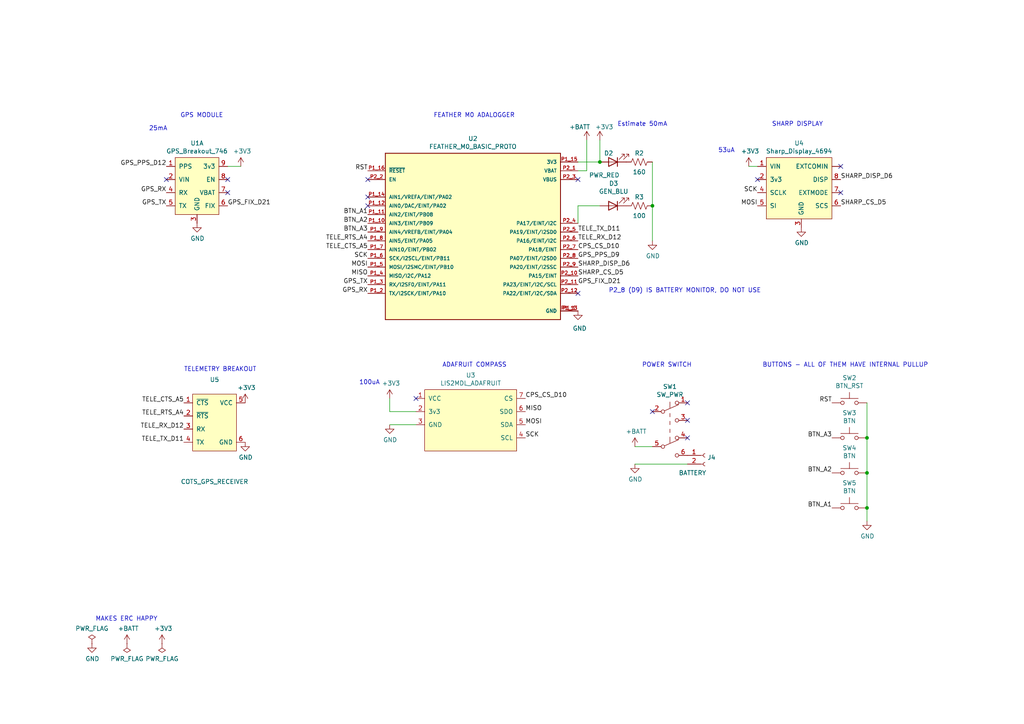
<source format=kicad_sch>
(kicad_sch (version 20211123) (generator eeschema)
  (paper "A4")
  (title_block (title "ST_PAT SLIM") (date "2021-02-05") (company "RIO LIU"))
  (lib_symbols
    (symbol "Connector:Conn_01x02_Female" (pin_names (offset 1.016) hide)
      (property "Reference" "J" (at 0 2.54 0))
      (property "Value" "Conn_01x02_Female" (at 0 -5.08 0))
      (symbol "Conn_01x02_Female_1_1"
        (arc (start 0 -2.032) (mid -0.508 -2.54) (end 0 -3.048) (stroke (width 0.1524)))
        (polyline (pts (xy -1.27 -2.54) (xy -0.508 -2.54)) (stroke (width 0.1524)))
        (polyline (pts (xy -1.27 0) (xy -0.508 0)) (stroke (width 0.1524)))
        (arc (start 0 0.508) (mid -0.508 0) (end 0 -0.508) (stroke (width 0.1524)))
        (pin passive line (at -5.08 0 0) (length 3.81) (name "Pin_1") (number "1"))
        (pin passive line (at -5.08 -2.54 0) (length 3.81) (name "Pin_2") (number "2"))
      )
    )
    (symbol "Device:LED" (pin_numbers hide) (pin_names (offset 1.016) hide)
      (property "Reference" "D" (at 0 2.54 0))
      (property "Value" "LED" (at 0 -2.54 0))
      (symbol "LED_0_1"
        (polyline (pts (xy -1.27 -1.27) (xy -1.27 1.27)) (stroke (width 0.254)))
        (polyline (pts (xy -1.27 0) (xy 1.27 0)))
        (polyline (pts (xy 1.27 -1.27) (xy 1.27 1.27) (xy -1.27 0) (xy 1.27 -1.27)) (stroke (width 0.254)))
        (polyline (pts (xy -3.048 -0.762) (xy -4.572 -2.286) (xy -3.81 -2.286) (xy -4.572 -2.286) (xy -4.572 -1.524)))
        (polyline (pts (xy -1.778 -0.762) (xy -3.302 -2.286) (xy -2.54 -2.286) (xy -3.302 -2.286) (xy -3.302 -1.524)))
      )
      (symbol "LED_1_1"
        (pin passive line (at -3.81 0 0) (length 2.54) (name "K") (number "1"))
        (pin passive line (at 3.81 0 180) (length 2.54) (name "A") (number "2"))
      )
    )
    (symbol "Device:R_US" (pin_numbers hide) (pin_names (offset 0))
      (property "Reference" "R" (at 2.54 0 90))
      (property "Value" "R_US" (at -2.54 0 90))
      (symbol "R_US_0_1"
        (polyline (pts (xy 0 -2.286) (xy 0 -2.54)))
        (polyline (pts (xy 0 2.286) (xy 0 2.54)))
        (polyline (pts (xy 0 -0.762) (xy 1.016 -1.143) (xy 0 -1.524) (xy -1.016 -1.905) (xy 0 -2.286)))
        (polyline (pts (xy 0 0.762) (xy 1.016 0.381) (xy 0 0) (xy -1.016 -0.381) (xy 0 -0.762)))
        (polyline (pts (xy 0 2.286) (xy 1.016 1.905) (xy 0 1.524) (xy -1.016 1.143) (xy 0 0.762)))
      )
      (symbol "R_US_1_1"
        (pin passive line (at 0 3.81 270) (length 1.27) (name "~") (number "1"))
        (pin passive line (at 0 -3.81 90) (length 1.27) (name "~") (number "2"))
      )
    )
    (symbol "FEATHER_M0_BASIC_PROTO:FEATHER_M0_BASIC_PROTO" (pin_names (offset 1.016))
      (property "Reference" "U" (at -25.4 26.162 0))
      (property "Value" "FEATHER_M0_BASIC_PROTO" (at -25.4 -25.4 0))
      (symbol "FEATHER_M0_BASIC_PROTO_0_0"
        (rectangle (start -25.4 -22.86) (end 25.4 25.4) (stroke (width 0.254)) (fill (type background)))
        (pin power_in line (at 30.48 -20.32 180) (length 5.08) (name "GND") (number "P1_1"))
        (pin bidirectional line (at -30.48 5.08 0) (length 5.08) (name "AIN3/EINT/PB09") (number "P1_10"))
        (pin bidirectional line (at -30.48 7.62 0) (length 5.08) (name "AIN2/EINT/PB08") (number "P1_11"))
        (pin bidirectional line (at -30.48 10.16 0) (length 5.08) (name "AIN0/DAC/EINT/PA02") (number "P1_12"))
        (pin power_in line (at 30.48 -20.32 180) (length 5.08) (name "GND") (number "P1_13"))
        (pin bidirectional line (at -30.48 12.7 0) (length 5.08) (name "AIN1/VREFA/EINT/PA02") (number "P1_14"))
        (pin power_in line (at 30.48 22.86 180) (length 5.08) (name "3V3") (number "P1_15"))
        (pin input line (at -30.48 20.32 0) (length 5.08) (name "~{RESET}") (number "P1_16"))
        (pin bidirectional line (at -30.48 -15.24 0) (length 5.08) (name "TX/I2SCK/EINT/PA10") (number "P1_2"))
        (pin bidirectional line (at -30.48 -12.7 0) (length 5.08) (name "RX/I2SF0/EINT/PA11") (number "P1_3"))
        (pin bidirectional line (at -30.48 -10.16 0) (length 5.08) (name "MISO/I2C/PA12") (number "P1_4"))
        (pin bidirectional line (at -30.48 -7.62 0) (length 5.08) (name "MOSI/I2SMC/EINT/PB10") (number "P1_5"))
        (pin bidirectional line (at -30.48 -5.08 0) (length 5.08) (name "SCK/I2SCL/EINT/PB11") (number "P1_6"))
        (pin bidirectional line (at -30.48 -2.54 0) (length 5.08) (name "AIN10/EINT/PB02") (number "P1_7"))
        (pin bidirectional line (at -30.48 0 0) (length 5.08) (name "AIN5/EINT/PA05") (number "P1_8"))
        (pin bidirectional line (at -30.48 2.54 0) (length 5.08) (name "AIN4/VREFB/EINT/PA04") (number "P1_9"))
        (pin power_in line (at 30.48 20.32 180) (length 5.08) (name "VBAT") (number "P2_1"))
        (pin bidirectional line (at 30.48 -10.16 180) (length 5.08) (name "PA15/EINT") (number "P2_10"))
        (pin bidirectional line (at 30.48 -12.7 180) (length 5.08) (name "PA23/EINT/I2C/SCL") (number "P2_11"))
        (pin bidirectional line (at 30.48 -15.24 180) (length 5.08) (name "PA22/EINT/I2C/SDA") (number "P2_12"))
        (pin input line (at -30.48 17.78 0) (length 5.08) (name "EN") (number "P2_2"))
        (pin power_in line (at 30.48 17.78 180) (length 5.08) (name "VBUS") (number "P2_3"))
        (pin bidirectional line (at 30.48 5.08 180) (length 5.08) (name "PA17/EINT/I2C") (number "P2_4"))
        (pin bidirectional line (at 30.48 2.54 180) (length 5.08) (name "PA19/EINT/I2SD0") (number "P2_5"))
        (pin bidirectional line (at 30.48 0 180) (length 5.08) (name "PA16/EINT/I2C") (number "P2_6"))
        (pin bidirectional line (at 30.48 -2.54 180) (length 5.08) (name "PA18/EINT") (number "P2_7"))
        (pin bidirectional line (at 30.48 -5.08 180) (length 5.08) (name "PA07/EINT/I2SD0") (number "P2_8"))
        (pin bidirectional line (at 30.48 -7.62 180) (length 5.08) (name "PA20/EINT/I2SSC") (number "P2_9"))
      )
    )
    (symbol "Switch:SW_Push" (pin_numbers hide) (pin_names (offset 1.016) hide)
      (property "Reference" "SW" (at 1.27 2.54 0))
      (property "Value" "SW_Push" (at 0 -1.524 0))
      (symbol "SW_Push_0_1"
        (circle (center -2.032 0) (radius 0.508))
        (polyline (pts (xy 0 1.27) (xy 0 3.048)))
        (polyline (pts (xy 2.54 1.27) (xy -2.54 1.27)))
        (circle (center 2.032 0) (radius 0.508))
        (pin passive line (at -5.08 0 0) (length 2.54) (name "1") (number "1"))
        (pin passive line (at 5.08 0 180) (length 2.54) (name "2") (number "2"))
      )
    )
    (symbol "Switch:SW_Push_DPDT" (pin_names (offset 0) hide)
      (property "Reference" "SW" (at 0 8.89 0))
      (property "Value" "SW_Push_DPDT" (at 0 -10.16 0))
      (symbol "SW_Push_DPDT_0_0"
        (circle (center -2.032 -5.08) (radius 0.508))
        (circle (center -2.032 5.08) (radius 0.508))
        (circle (center 2.032 -7.62) (radius 0.508))
        (circle (center 2.032 2.54) (radius 0.508))
      )
      (symbol "SW_Push_DPDT_0_1"
        (polyline (pts (xy -1.524 -4.826) (xy 2.54 -3.048)))
        (polyline (pts (xy -1.524 5.334) (xy 2.54 7.112)))
        (polyline (pts (xy 0 -2.286) (xy 0 -4.064)))
        (polyline (pts (xy 0 -1.016) (xy 0 0)))
        (polyline (pts (xy 0 1.27) (xy 0 2.286)))
        (polyline (pts (xy 0 3.556) (xy 0 4.572)))
        (polyline (pts (xy 0 7.874) (xy 0 6.096)))
        (circle (center 2.032 -2.54) (radius 0.508))
        (circle (center 2.032 7.62) (radius 0.508))
      )
      (symbol "SW_Push_DPDT_1_1"
        (pin passive line (at 5.08 7.62 180) (length 2.54) (name "A") (number "1"))
        (pin passive line (at -5.08 5.08 0) (length 2.54) (name "B") (number "2"))
        (pin passive line (at 5.08 2.54 180) (length 2.54) (name "C") (number "3"))
        (pin passive line (at 5.08 -2.54 180) (length 2.54) (name "A") (number "4"))
        (pin passive line (at -5.08 -5.08 0) (length 2.54) (name "B") (number "5"))
        (pin passive line (at 5.08 -7.62 180) (length 2.54) (name "C") (number "6"))
      )
    )
    (symbol "power:+3V3" (power) (pin_names (offset 0))
      (property "Value" "+3V3" (at 0 3.556 0))
      (symbol "+3V3_0_1"
        (polyline (pts (xy -0.762 1.27) (xy 0 2.54)))
        (polyline (pts (xy 0 0) (xy 0 2.54)))
        (polyline (pts (xy 0 2.54) (xy 0.762 1.27)))
      )
      (symbol "+3V3_1_1"
        (pin power_in line (at 0 0 90) (length 0) hide (name "+3V3") (number "1"))
      )
    )
    (symbol "power:+BATT" (power) (pin_names (offset 0))
      (property "Value" "+BATT" (at 0 3.556 0))
      (symbol "+BATT_0_1"
        (polyline (pts (xy -0.762 1.27) (xy 0 2.54)))
        (polyline (pts (xy 0 0) (xy 0 2.54)))
        (polyline (pts (xy 0 2.54) (xy 0.762 1.27)))
      )
      (symbol "+BATT_1_1"
        (pin power_in line (at 0 0 90) (length 0) hide (name "+BATT") (number "1"))
      )
    )
    (symbol "power:GND" (power) (pin_names (offset 0))
      (property "Value" "GND" (at 0 -3.81 0))
      (symbol "GND_0_1"
        (polyline (pts (xy 0 0) (xy 0 -1.27) (xy 1.27 -1.27) (xy 0 -2.54) (xy -1.27 -1.27) (xy 0 -1.27)))
      )
      (symbol "GND_1_1"
        (pin power_in line (at 0 0 270) (length 0) hide (name "GND") (number "1"))
      )
    )
    (symbol "power:PWR_FLAG" (power) (pin_numbers hide) (pin_names (offset 0) hide)
      (property "Value" "PWR_FLAG" (at 0 3.81 0))
      (symbol "PWR_FLAG_0_0"
        (pin power_out line (at 0 0 90) (length 0) (name "pwr") (number "1"))
      )
      (symbol "PWR_FLAG_0_1"
        (polyline (pts (xy 0 0) (xy 0 1.27) (xy -1.016 1.905) (xy 0 2.54) (xy 1.016 1.905) (xy 0 1.27)))
      )
    )
    (symbol "st_pat:GPS_Breakout_746" (pin_names (offset 1.016))
      (property "Reference" "U" (at 0 1.27 0))
      (property "Value" "GPS_Breakout_746" (at 0 3.81 0))
      (symbol "GPS_Breakout_746_0_1"
        (rectangle (start -6.35 -1.27) (end 6.35 -17.78) (fill (type background)))
      )
      (symbol "GPS_Breakout_746_1_1"
        (pin output line (at -8.89 -3.81 0) (length 2.54) (name "PPS") (number "1"))
        (pin power_in line (at -8.89 -7.62 0) (length 2.54) (name "VIN") (number "2"))
        (pin power_in line (at 0 -20.32 90) (length 2.54) (name "GND") (number "3"))
        (pin input line (at -8.89 -11.43 0) (length 2.54) (name "RX") (number "4"))
        (pin output line (at -8.89 -15.24 0) (length 2.54) (name "TX") (number "5"))
        (pin output line (at 8.89 -15.24 180) (length 2.54) (name "FIX") (number "6"))
        (pin power_in line (at 8.89 -11.43 180) (length 2.54) (name "VBAT") (number "7"))
        (pin input line (at 8.89 -7.62 180) (length 2.54) (name "EN") (number "8"))
        (pin power_in line (at 8.89 -3.81 180) (length 2.54) (name "3v3") (number "9"))
      )
      (symbol "GPS_Breakout_746_2_1"
        (pin power_in line (at 8.89 -3.81 0) (length 2.54) (name "3v3") (number "1-UB"))
        (pin input line (at 8.89 -7.62 0) (length 2.54) (name "EN") (number "2-UB"))
        (pin output line (at 8.89 -15.24 0) (length 2.54) (name "FIX") (number "4-UB"))
        (pin output line (at -8.89 -15.24 180) (length 2.54) (name "TX") (number "5-UB"))
        (pin input line (at -8.89 -11.43 180) (length 2.54) (name "RX") (number "6-UB"))
        (pin power_in line (at 0 -22.86 180) (length 2.54) (name "GND") (number "7-UB"))
        (pin power_in line (at -8.89 -7.62 180) (length 2.54) (name "VIN") (number "8-UB"))
        (pin output line (at -8.89 -3.81 180) (length 2.54) (name "PPS") (number "9-UB"))
        (pin power_in line (at 8.89 -11.43 0) (length 2.54) (name "VBAT") (number "VBAT-UB"))
      )
      (symbol "GPS_Breakout_746_3_1"
        (pin power_in line (at 8.89 -3.81 0) (length 2.54) (name "3v3") (number "1-UC"))
        (pin input line (at 8.89 -7.62 0) (length 2.54) (name "EN") (number "2-UC"))
        (pin output line (at 8.89 -15.24 0) (length 2.54) (name "FIX") (number "4-UC"))
        (pin output line (at -8.89 -15.24 180) (length 2.54) (name "TX") (number "5-UC"))
        (pin input line (at -8.89 -11.43 180) (length 2.54) (name "RX") (number "6-UC"))
        (pin power_in line (at 0 -22.86 180) (length 2.54) (name "GND") (number "7-UC"))
        (pin power_in line (at -8.89 -7.62 180) (length 2.54) (name "VIN") (number "8-UC"))
        (pin output line (at -8.89 -3.81 180) (length 2.54) (name "PPS") (number "9-UC"))
        (pin power_in line (at 8.89 -11.43 0) (length 2.54) (name "VBAT") (number "VBAT-UC"))
      )
      (symbol "GPS_Breakout_746_4_1"
        (pin power_in line (at 8.89 -3.81 0) (length 2.54) (name "3v3") (number "1-UD"))
        (pin input line (at 8.89 -7.62 0) (length 2.54) (name "EN") (number "2-UD"))
        (pin output line (at 8.89 -15.24 0) (length 2.54) (name "FIX") (number "4-UD"))
        (pin output line (at -8.89 -15.24 180) (length 2.54) (name "TX") (number "5-UD"))
        (pin input line (at -8.89 -11.43 180) (length 2.54) (name "RX") (number "6-UD"))
        (pin power_in line (at 0 -22.86 180) (length 2.54) (name "GND") (number "7-UD"))
        (pin power_in line (at -8.89 -7.62 180) (length 2.54) (name "VIN") (number "8-UD"))
        (pin output line (at -8.89 -3.81 180) (length 2.54) (name "PPS") (number "9-UD"))
        (pin power_in line (at 8.89 -11.43 0) (length 2.54) (name "VBAT") (number "VBAT-UD"))
      )
      (symbol "GPS_Breakout_746_5_1"
        (pin power_in line (at 8.89 -3.81 0) (length 2.54) (name "3v3") (number "1-UE"))
        (pin input line (at 8.89 -7.62 0) (length 2.54) (name "EN") (number "2-UE"))
        (pin output line (at 8.89 -15.24 0) (length 2.54) (name "FIX") (number "4-UE"))
        (pin output line (at -8.89 -15.24 180) (length 2.54) (name "TX") (number "5-UE"))
        (pin input line (at -8.89 -11.43 180) (length 2.54) (name "RX") (number "6-UE"))
        (pin power_in line (at 0 -22.86 180) (length 2.54) (name "GND") (number "7-UE"))
        (pin power_in line (at -8.89 -7.62 180) (length 2.54) (name "VIN") (number "8-UE"))
        (pin output line (at -8.89 -3.81 180) (length 2.54) (name "PPS") (number "9-UE"))
        (pin power_in line (at 8.89 -11.43 0) (length 2.54) (name "VBAT") (number "VBAT-UE"))
      )
      (symbol "GPS_Breakout_746_6_1"
        (pin power_in line (at 8.89 -3.81 0) (length 2.54) (name "3v3") (number "1-UF"))
        (pin input line (at 8.89 -7.62 0) (length 2.54) (name "EN") (number "2-UF"))
        (pin output line (at 8.89 -15.24 0) (length 2.54) (name "FIX") (number "4-UF"))
        (pin output line (at -8.89 -15.24 180) (length 2.54) (name "TX") (number "5-UF"))
        (pin input line (at -8.89 -11.43 180) (length 2.54) (name "RX") (number "6-UF"))
        (pin power_in line (at 0 -22.86 180) (length 2.54) (name "GND") (number "7-UF"))
        (pin power_in line (at -8.89 -7.62 180) (length 2.54) (name "VIN") (number "8-UF"))
        (pin output line (at -8.89 -3.81 180) (length 2.54) (name "PPS") (number "9-UF"))
        (pin power_in line (at 8.89 -11.43 0) (length 2.54) (name "VBAT") (number "VBAT-UF"))
      )
      (symbol "GPS_Breakout_746_7_1"
        (pin power_in line (at 8.89 -3.81 0) (length 2.54) (name "3v3") (number "1-UG"))
        (pin input line (at 8.89 -7.62 0) (length 2.54) (name "EN") (number "2-UG"))
        (pin output line (at 8.89 -15.24 0) (length 2.54) (name "FIX") (number "4-UG"))
        (pin output line (at -8.89 -15.24 180) (length 2.54) (name "TX") (number "5-UG"))
        (pin input line (at -8.89 -11.43 180) (length 2.54) (name "RX") (number "6-UG"))
        (pin power_in line (at 0 -22.86 180) (length 2.54) (name "GND") (number "7-UG"))
        (pin power_in line (at -8.89 -7.62 180) (length 2.54) (name "VIN") (number "8-UG"))
        (pin output line (at -8.89 -3.81 180) (length 2.54) (name "PPS") (number "9-UG"))
        (pin power_in line (at 8.89 -11.43 0) (length 2.54) (name "VBAT") (number "VBAT-UG"))
      )
      (symbol "GPS_Breakout_746_8_1"
        (pin power_in line (at 8.89 -3.81 0) (length 2.54) (name "3v3") (number "1-UH"))
        (pin input line (at 8.89 -7.62 0) (length 2.54) (name "EN") (number "2-UH"))
        (pin output line (at 8.89 -15.24 0) (length 2.54) (name "FIX") (number "4-UH"))
        (pin output line (at -8.89 -15.24 180) (length 2.54) (name "TX") (number "5-UH"))
        (pin input line (at -8.89 -11.43 180) (length 2.54) (name "RX") (number "6-UH"))
        (pin power_in line (at 0 -22.86 180) (length 2.54) (name "GND") (number "7-UH"))
        (pin power_in line (at -8.89 -7.62 180) (length 2.54) (name "VIN") (number "8-UH"))
        (pin output line (at -8.89 -3.81 180) (length 2.54) (name "PPS") (number "9-UH"))
        (pin power_in line (at 8.89 -11.43 0) (length 2.54) (name "VBAT") (number "VBAT-UH"))
      )
      (symbol "GPS_Breakout_746_9_1"
        (pin power_in line (at 8.89 -3.81 0) (length 2.54) (name "3v3") (number "1-UI"))
        (pin input line (at 8.89 -7.62 0) (length 2.54) (name "EN") (number "2-UI"))
        (pin output line (at 8.89 -15.24 0) (length 2.54) (name "FIX") (number "4-UI"))
        (pin output line (at -8.89 -15.24 180) (length 2.54) (name "TX") (number "5-UI"))
        (pin input line (at -8.89 -11.43 180) (length 2.54) (name "RX") (number "6-UI"))
        (pin power_in line (at 0 -22.86 180) (length 2.54) (name "GND") (number "7-UI"))
        (pin power_in line (at -8.89 -7.62 180) (length 2.54) (name "VIN") (number "8-UI"))
        (pin output line (at -8.89 -3.81 180) (length 2.54) (name "PPS") (number "9-UI"))
        (pin power_in line (at 8.89 -11.43 0) (length 2.54) (name "VBAT") (number "VBAT-UI"))
      )
    )
    (symbol "st_pat:LIS2MDL_ADAFRUIT" (pin_names (offset 1.016))
      (property "Reference" "U" (at 0 -2.54 0))
      (property "Value" "LIS2MDL_ADAFRUIT" (at 0 0 0))
      (symbol "LIS2MDL_ADAFRUIT_0_1"
        (rectangle (start -13.97 -3.81) (end 12.7 -21.59) (fill (type background)))
      )
      (symbol "LIS2MDL_ADAFRUIT_1_1"
        (pin power_in line (at -16.51 -6.35 0) (length 2.54) (name "VCC") (number "1"))
        (pin power_out line (at -16.51 -10.16 0) (length 2.54) (name "3v3") (number "2"))
        (pin power_in line (at -16.51 -13.97 0) (length 2.54) (name "GND") (number "3"))
        (pin input line (at 15.24 -17.78 180) (length 2.54) (name "SCL") (number "4"))
        (pin open_collector line (at 15.24 -13.97 180) (length 2.54) (name "SDA") (number "5"))
        (pin input line (at 15.24 -10.16 180) (length 2.54) (name "SDO") (number "6"))
        (pin input line (at 15.24 -6.35 180) (length 2.54) (name "CS") (number "7"))
      )
    )
    (symbol "st_pat:Sharp_Display_4694" (pin_names (offset 1.016))
      (property "Reference" "U" (at 5.08 2.54 0))
      (property "Value" "Sharp_Display_4694" (at 3.81 0 0))
      (symbol "Sharp_Display_4694_0_1"
        (rectangle (start -3.81 -1.27) (end 15.24 -19.05) (fill (type background)))
      )
      (symbol "Sharp_Display_4694_1_1"
        (pin power_in line (at -6.35 -3.81 0) (length 2.54) (name "VIN") (number "1"))
        (pin power_out line (at -6.35 -7.62 0) (length 2.54) (name "3v3") (number "2"))
        (pin power_in line (at 6.35 -21.59 90) (length 2.54) (name "GND") (number "3"))
        (pin input line (at -6.35 -11.43 0) (length 2.54) (name "SCLK") (number "4"))
        (pin input line (at -6.35 -15.24 0) (length 2.54) (name "SI") (number "5"))
        (pin input line (at 17.78 -15.24 180) (length 2.54) (name "SCS") (number "6"))
        (pin input line (at 17.78 -11.43 180) (length 2.54) (name "EXTMODE") (number "7"))
        (pin input line (at 17.78 -7.62 180) (length 2.54) (name "DISP") (number "8"))
        (pin input line (at 17.78 -3.81 180) (length 2.54) (name "EXTCOMIN") (number "~"))
      )
    )
    (symbol "st_pat:Telemetry_Breakout" (pin_names (offset 1.016))
      (property "Reference" "U" (at 0 -1.27 0))
      (property "Value" "Telemetry_Breakout" (at 0 1.27 0))
      (symbol "Telemetry_Breakout_0_1"
        (rectangle (start -6.35 -2.54) (end 6.35 -19.05) (fill (type background)))
      )
      (symbol "Telemetry_Breakout_1_1"
        (pin input line (at -8.89 -5.08 0) (length 2.54) (name "~{CTS}") (number "1"))
        (pin output line (at -8.89 -8.89 0) (length 2.54) (name "~{RTS}") (number "2"))
        (pin input line (at -8.89 -12.7 0) (length 2.54) (name "RX") (number "3"))
        (pin output line (at -8.89 -16.51 0) (length 2.54) (name "TX") (number "4"))
        (pin power_in line (at 8.89 -5.08 180) (length 2.54) (name "VCC") (number "5"))
        (pin power_in line (at 8.89 -16.51 180) (length 2.54) (name "GND") (number "6"))
      )
    )
  )
  (junction (at 251.46 127))
  (junction (at 251.46 137.16))
  (junction (at 189.23 59.69))
  (junction (at 251.46 147.32))
  (junction (at 173.99 46.99))
  (no_connect (at 189.23 119.38))
  (no_connect (at 66.04 52.07))
  (no_connect (at 106.68 59.69))
  (no_connect (at 199.39 116.84))
  (no_connect (at 120.65 115.57))
  (no_connect (at 243.84 48.26))
  (no_connect (at 106.68 52.07))
  (no_connect (at 243.84 55.88))
  (no_connect (at 48.26 52.07))
  (no_connect (at 167.64 52.07))
  (no_connect (at 66.04 55.88))
  (no_connect (at 106.68 57.15))
  (no_connect (at 167.64 85.09))
  (no_connect (at 219.71 52.07))
  (no_connect (at 199.39 127))
  (no_connect (at 199.39 121.92))
  (wire (pts (xy 251.46 151.13) (xy 251.46 147.32)))
  (wire (pts (xy 170.18 49.53) (xy 167.64 49.53)))
  (wire (pts (xy 184.15 134.62) (xy 199.39 134.62)))
  (wire (pts (xy 217.17 48.26) (xy 219.71 48.26)))
  (wire (pts (xy 184.15 129.54) (xy 189.23 129.54)))
  (wire (pts (xy 170.18 40.64) (xy 170.18 49.53)))
  (wire (pts (xy 189.23 46.99) (xy 189.23 59.69)))
  (wire (pts (xy 251.46 127) (xy 251.46 137.16)))
  (wire (pts (xy 251.46 137.16) (xy 251.46 147.32)))
  (wire (pts (xy 173.99 46.99) (xy 167.64 46.99)))
  (wire (pts (xy 120.65 119.38) (xy 113.03 119.38)))
  (wire (pts (xy 251.46 116.84) (xy 251.46 127)))
  (wire (pts (xy 113.03 123.19) (xy 120.65 123.19)))
  (wire (pts (xy 167.64 64.77) (xy 167.64 59.69)))
  (wire (pts (xy 173.99 40.64) (xy 173.99 46.99)))
  (wire (pts (xy 173.99 59.69) (xy 167.64 59.69)))
  (wire (pts (xy 189.23 69.85) (xy 189.23 59.69)))
  (wire (pts (xy 69.85 48.26) (xy 66.04 48.26)))
  (wire (pts (xy 113.03 119.38) (xy 113.03 115.57)))
  (text "P2_8 (D9) IS BATTERY MONITOR, DO NOT USE" (at 176.53 85.09 0) (effects (font (size 1.27 1.27)) (justify left bottom)))
  (text "100uA" (at 104.14 111.76 0) (effects (font (size 1.27 1.27)) (justify left bottom)))
  (text "TELEMETRY BREAKOUT" (at 53.34 107.95 0) (effects (font (size 1.27 1.27)) (justify left bottom)))
  (text "SHARP DISPLAY" (at 238.76 36.83 180) (effects (font (size 1.27 1.27)) (justify right bottom)))
  (text "53uA" (at 208.28 44.45 0) (effects (font (size 1.27 1.27)) (justify left bottom)))
  (text "MAKES ERC HAPPY" (at 45.72 180.34 180) (effects (font (size 1.27 1.27)) (justify right bottom)))
  (text "BUTTONS - ALL OF THEM HAVE INTERNAL PULLUP" (at 269.24 106.68 180) (effects (font (size 1.27 1.27)) (justify right bottom)))
  (text "Estimate 50mA" (at 179.07 36.83 0) (effects (font (size 1.27 1.27)) (justify left bottom)))
  (text "25mA" (at 43.18 38.1 0) (effects (font (size 1.27 1.27)) (justify left bottom)))
  (text "FEATHER M0 ADALOGGER" (at 125.73 34.29 0) (effects (font (size 1.27 1.27)) (justify left bottom)))
  (text "POWER SWITCH" (at 200.66 106.68 180) (effects (font (size 1.27 1.27)) (justify right bottom)))
  (text "ADAFRUIT COMPASS" (at 128.27 106.68 0) (effects (font (size 1.27 1.27)) (justify left bottom)))
  (text "GPS MODULE" (at 64.77 34.29 180) (effects (font (size 1.27 1.27)) (justify right bottom)))
  (label "SCK" (at 106.68 74.93 180))
  (label "MISO" (at 106.68 80.01 180))
  (label "SCK" (at 219.71 55.88 180))
  (label "GPS_PPS_D12" (at 48.26 48.26 180))
  (label "TELE_CTS_A5" (at 106.68 72.39 180))
  (label "BTN_A1" (at 106.68 62.23 180))
  (label "GPS_FIX_D21" (at 66.04 59.69 0))
  (label "TELE_RX_D12" (at 53.34 124.46 180))
  (label "GPS_TX" (at 106.68 82.55 180))
  (label "GPS_TX" (at 48.26 59.69 180))
  (label "TELE_RX_D12" (at 167.64 69.85 0))
  (label "BTN_A2" (at 241.3 137.16 180))
  (label "CPS_CS_D10" (at 152.4 115.57 0))
  (label "BTN_A1" (at 241.3 147.32 180))
  (label "GPS_PPS_D9" (at 167.64 74.93 0))
  (label "TELE_CTS_A5" (at 53.34 116.84 180))
  (label "SCK" (at 152.4 127 0))
  (label "BTN_A3" (at 106.68 67.31 180))
  (label "SHARP_DISP_D6" (at 167.64 77.47 0))
  (label "TELE_TX_D11" (at 167.64 67.31 0))
  (label "TELE_RTS_A4" (at 53.34 120.65 180))
  (label "MOSI" (at 106.68 77.47 180))
  (label "MOSI" (at 219.71 59.69 180))
  (label "RST" (at 106.68 49.53 180))
  (label "SHARP_CS_D5" (at 243.84 59.69 0))
  (label "GPS_RX" (at 48.26 55.88 180))
  (label "TELE_TX_D11" (at 53.34 128.27 180))
  (label "MISO" (at 152.4 119.38 0))
  (label "CPS_CS_D10" (at 167.64 72.39 0))
  (label "BTN_A3" (at 241.3 127 180))
  (label "SHARP_CS_D5" (at 167.64 80.01 0))
  (label "GPS_RX" (at 106.68 85.09 180))
  (label "TELE_RTS_A4" (at 106.68 69.85 180))
  (label "GPS_FIX_D21" (at 167.64 82.55 0))
  (label "BTN_A2" (at 106.68 64.77 180))
  (label "RST" (at 241.3 116.84 180))
  (label "MOSI" (at 152.4 123.19 0))
  (label "SHARP_DISP_D6" (at 243.84 52.07 0))
  (symbol (lib_id "power:+3V3") (at 173.99 40.64 0) (unit 1)
    (property "Reference" "#PWR07" (effects hide))
    (property "Value" "+3V3" (at 175.26 36.83 0))
  )
  (symbol (lib_id "power:GND") (at 189.23 69.85 0) (unit 1)
    (property "Reference" "#PWR08" (effects hide))
    (property "Value" "GND" (at 189.357 74.2442 0))
  )
  (symbol (lib_id "power:GND") (at 167.64 90.17 0) (unit 1)
    (property "Reference" "#PWR09" (effects hide))
    (property "Value" "GND" (at 170.18 95.25 0) (effects (justify right)))
  )
  (symbol (lib_id "power:+BATT") (at 170.18 40.64 0) (unit 1)
    (property "Reference" "#PWR011" (effects hide))
    (property "Value" "+BATT" (at 165.1 36.83 0) (effects (justify left)))
  )
  (symbol (lib_id "power:+3V3") (at 217.17 48.26 0) (unit 1)
    (property "Reference" "#PWR012" (effects hide))
    (property "Value" "+3V3" (at 217.551 43.8658 0))
  )
  (symbol (lib_id "power:+3V3") (at 69.85 48.26 0) (unit 1)
    (property "Reference" "#PWR01" (effects hide))
    (property "Value" "+3V3" (at 70.231 43.8658 0))
  )
  (symbol (lib_id "power:GND") (at 57.15 64.77 0) (unit 1)
    (property "Reference" "#PWR03" (effects hide))
    (property "Value" "GND" (at 57.277 69.1642 0))
  )
  (symbol (lib_id "Connector:Conn_01x02_Female") (at 204.47 132.08 0) (unit 1)
    (property "Reference" "J4" (at 205.1812 132.6896 0) (effects (justify left)))
    (property "Value" "BATTERY" (at 196.85 137.16 0) (effects (justify left)))
    (property "Footprint" "Connector_JST:JST_PH_S2B-PH-K_1x02_P2.00mm_Horizontal" (effects hide))
  )
  (symbol (lib_id "power:GND") (at 184.15 134.62 0) (unit 1)
    (property "Reference" "#PWR014" (effects hide))
    (property "Value" "GND" (at 184.277 139.0142 0))
  )
  (symbol (lib_id "power:GND") (at 26.67 186.69 0) (unit 1)
    (property "Reference" "#PWR0103" (effects hide))
    (property "Value" "GND" (at 26.797 191.0842 0))
  )
  (symbol (lib_id "power:+3V3") (at 113.03 115.57 0) (unit 1)
    (property "Reference" "#PWR016" (effects hide))
    (property "Value" "+3V3" (at 113.411 111.1758 0))
  )
  (symbol (lib_id "power:PWR_FLAG") (at 46.99 186.69 180) (unit 1)
    (property "Reference" "#FLG0101" (effects hide))
    (property "Value" "PWR_FLAG" (at 46.99 191.0842 0))
  )
  (symbol (lib_id "power:GND") (at 113.03 123.19 0) (unit 1)
    (property "Reference" "#PWR017" (effects hide))
    (property "Value" "GND" (at 113.157 127.5842 0))
  )
  (symbol (lib_id "power:PWR_FLAG") (at 36.83 186.69 180) (unit 1)
    (property "Reference" "#FLG0102" (effects hide))
    (property "Value" "PWR_FLAG" (at 36.83 191.0842 0))
  )
  (symbol (lib_id "power:+3V3") (at 46.99 186.69 0) (unit 1)
    (property "Reference" "#PWR0104" (effects hide))
    (property "Value" "+3V3" (at 47.371 182.2958 0))
  )
  (symbol (lib_id "power:+BATT") (at 36.83 186.69 0) (unit 1)
    (property "Reference" "#PWR0105" (effects hide))
    (property "Value" "+BATT" (at 37.211 182.2958 0))
  )
  (symbol (lib_id "power:PWR_FLAG") (at 26.67 186.69 0) (unit 1)
    (property "Reference" "#FLG0103" (effects hide))
    (property "Value" "PWR_FLAG" (at 26.67 182.2958 0))
  )
  (symbol (lib_id "Device:LED") (at 177.8 46.99 180) (unit 1)
    (property "Reference" "D2" (at 176.53 44.45 0))
    (property "Value" "PWR_RED" (at 175.26 50.8 0))
    (property "Footprint" "LED_SMD:LED_1206_3216Metric_Pad1.42x1.75mm_HandSolder" (effects hide))
  )
  (symbol (lib_id "Device:R_US") (at 185.42 46.99 90) (unit 1)
    (property "Reference" "R2" (at 185.42 44.45 90))
    (property "Value" "160" (at 185.42 49.8856 90))
    (property "Footprint" "Resistor_SMD:R_0805_2012Metric_Pad1.20x1.40mm_HandSolder" (effects hide))
  )
  (symbol (lib_id "power:+BATT") (at 184.15 129.54 0) (unit 1)
    (property "Reference" "#PWR0101" (effects hide))
    (property "Value" "+BATT" (at 184.531 125.1458 0))
  )
  (symbol (lib_id "Switch:SW_Push") (at 246.38 116.84 0) (unit 1)
    (property "Reference" "SW2" (at 246.38 109.601 0))
    (property "Value" "BTN_RST" (at 246.38 111.9124 0))
    (property "Footprint" "Button_Switch_THT:SW_PUSH_6mm" (effects hide))
  )
  (symbol (lib_id "Switch:SW_Push") (at 246.38 127 0) (unit 1)
    (property "Reference" "SW3" (at 246.38 119.761 0))
    (property "Value" "BTN" (at 246.38 122.0724 0))
    (property "Footprint" "Button_Switch_THT:SW_PUSH_6mm" (effects hide))
  )
  (symbol (lib_id "Switch:SW_Push") (at 246.38 137.16 0) (unit 1)
    (property "Reference" "SW4" (at 246.38 129.921 0))
    (property "Value" "BTN" (at 246.38 132.2324 0))
    (property "Footprint" "Button_Switch_THT:SW_PUSH_6mm" (effects hide))
  )
  (symbol (lib_id "Switch:SW_Push") (at 246.38 147.32 0) (unit 1)
    (property "Reference" "SW5" (at 246.38 140.081 0))
    (property "Value" "BTN" (at 246.38 142.3924 0))
    (property "Footprint" "Button_Switch_THT:SW_PUSH_6mm" (effects hide))
  )
  (symbol (lib_id "power:GND") (at 251.46 151.13 0) (unit 1)
    (property "Reference" "#PWR04" (effects hide))
    (property "Value" "GND" (at 251.587 155.5242 0))
  )
  (symbol (lib_id "st_pat:Sharp_Display_4694") (at 226.06 44.45 0) (unit 1)
    (property "Reference" "U4" (at 231.775 41.529 0))
    (property "Value" "Sharp_Display_4694" (at 231.775 43.8404 0))
    (property "Footprint" "st_pat:Sharp_Display" (effects hide))
  )
  (symbol (lib_id "st_pat:LIS2MDL_ADAFRUIT") (at 137.16 109.22 0) (unit 1)
    (property "Reference" "U3" (at 136.525 108.839 0))
    (property "Value" "LIS2MDL_ADAFRUIT" (at 136.525 111.1504 0))
    (property "Footprint" "st_pat:LIS3MDL_ADAFRUIT" (effects hide))
  )
  (symbol (lib_id "power:GND") (at 232.41 66.04 0) (unit 1)
    (property "Reference" "#PWR02" (effects hide))
    (property "Value" "GND" (at 232.537 70.4342 0))
  )
  (symbol (lib_id "FEATHER_M0_BASIC_PROTO:FEATHER_M0_BASIC_PROTO") (at 137.16 69.85 0) (unit 1)
    (property "Reference" "U2" (at 137.16 40.2082 0))
    (property "Value" "FEATHER_M0_BASIC_PROTO" (at 137.16 42.5196 0))
    (property "Footprint" "FEATHER_M0_BASIC_PROTO:FEATHER_M0_BASIC_PROTO" (effects hide))
    (property "STANDARD" "Manufacturer Recommendation" (effects hide))
    (property "MANUFACTURER" "Adafruit" (effects hide))
  )
  (symbol (lib_id "Switch:SW_Push_DPDT") (at 194.31 124.46 0) (unit 1)
    (property "Reference" "SW1" (at 194.31 112.141 0))
    (property "Value" "SW_PWR" (at 194.31 114.4524 0))
    (property "Footprint" "st_pat:SW_Rocker_A22K1H-EA" (effects hide))
    (property "Datasheet" "https://www.nkkswitches.com/pdf/ARockers-1.pdf" (effects hide))
  )
  (symbol (lib_id "Device:LED") (at 177.8 59.69 180) (unit 1)
    (property "Reference" "D3" (at 177.9778 53.213 0))
    (property "Value" "GEN_BLU" (at 177.9778 55.5244 0))
    (property "Footprint" "LED_SMD:LED_1206_3216Metric_Pad1.42x1.75mm_HandSolder" (effects hide))
  )
  (symbol (lib_id "Device:R_US") (at 185.42 59.69 90) (unit 1)
    (property "Reference" "R3" (at 185.42 57.15 90))
    (property "Value" "100" (at 185.42 62.5856 90))
    (property "Footprint" "Resistor_SMD:R_0805_2012Metric_Pad1.20x1.40mm_HandSolder" (effects hide))
  )
  (symbol (lib_id "st_pat:Telemetry_Breakout") (at 62.23 111.76 0) (unit 1)
    (property "Reference" "U5" (at 62.23 110.109 0))
    (property "Value" "COTS_GPS_RECEIVER" (at 62.23 139.7 0))
    (property "Footprint" "st_pat:Telemetry_Breakout" (effects hide))
  )
  (symbol (lib_id "power:GND") (at 71.12 128.27 0) (unit 1)
    (property "Reference" "#PWR013" (effects hide))
    (property "Value" "GND" (at 71.247 132.6642 0))
  )
  (symbol (lib_id "power:+3V3") (at 71.12 116.84 0) (unit 1)
    (property "Reference" "#PWR010" (effects hide))
    (property "Value" "+3V3" (at 71.501 112.4458 0))
  )
  (symbol (lib_id "st_pat:GPS_Breakout_746") (at 57.15 44.45 0) (unit 1)
    (property "Reference" "U1" (at 57.15 41.529 0))
    (property "Value" "GPS_Breakout_746" (at 57.15 43.8404 0))
    (property "Footprint" "st_pat:GPS_Breakout_746" (effects hide))
  )
)
</source>
